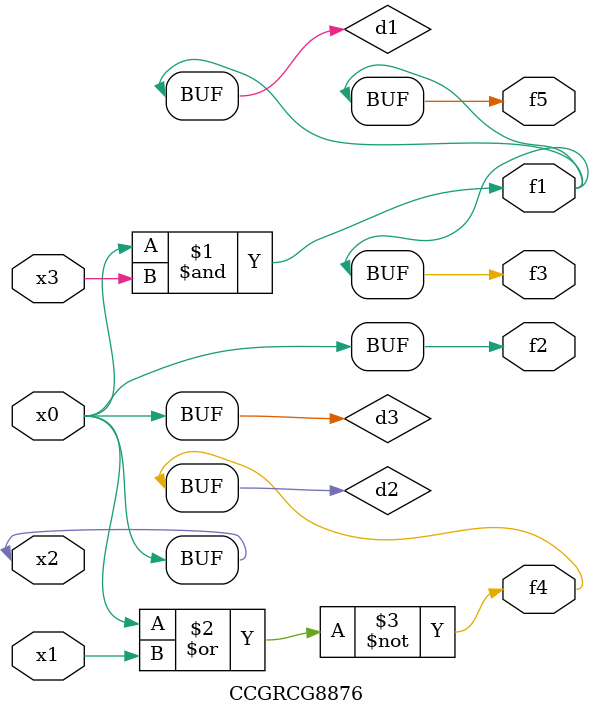
<source format=v>
module CCGRCG8876(
	input x0, x1, x2, x3,
	output f1, f2, f3, f4, f5
);

	wire d1, d2, d3;

	and (d1, x2, x3);
	nor (d2, x0, x1);
	buf (d3, x0, x2);
	assign f1 = d1;
	assign f2 = d3;
	assign f3 = d1;
	assign f4 = d2;
	assign f5 = d1;
endmodule

</source>
